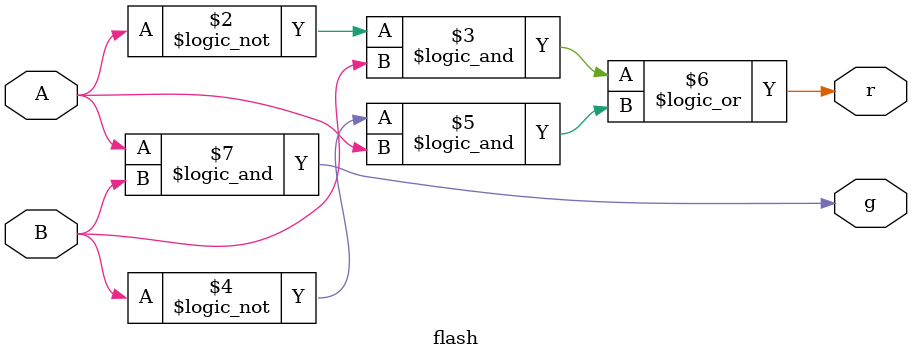
<source format=v>
module flash(
  input A,
  input B,
  output wire r,
  output wire g,

);
reg r.g;
always@(A,B)
begin
  r=(!A&&B) || (!B&&A);
  g= (A&&B);
  
end
endmodule

</source>
